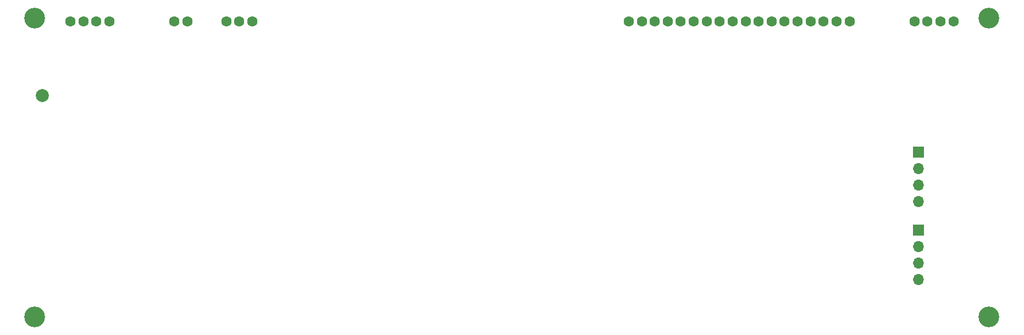
<source format=gbr>
%TF.GenerationSoftware,KiCad,Pcbnew,7.0.7*%
%TF.CreationDate,2024-04-09T00:53:37+02:00*%
%TF.ProjectId,vfd_display,7666645f-6469-4737-906c-61792e6b6963,rev?*%
%TF.SameCoordinates,Original*%
%TF.FileFunction,Soldermask,Top*%
%TF.FilePolarity,Negative*%
%FSLAX46Y46*%
G04 Gerber Fmt 4.6, Leading zero omitted, Abs format (unit mm)*
G04 Created by KiCad (PCBNEW 7.0.7) date 2024-04-09 00:53:37*
%MOMM*%
%LPD*%
G01*
G04 APERTURE LIST*
%ADD10C,3.200000*%
%ADD11C,1.600000*%
%ADD12C,2.000000*%
%ADD13O,1.700000X1.700000*%
%ADD14R,1.700000X1.700000*%
G04 APERTURE END LIST*
D10*
%TO.C,REF\u002A\u002A*%
X77500000Y-113500000D03*
%TD*%
%TO.C,REF\u002A\u002A*%
X77500000Y-67500000D03*
%TD*%
D11*
%TO.C,U5*%
X219000000Y-68000000D03*
X217000000Y-68000000D03*
X215000000Y-68000000D03*
X213000000Y-68000000D03*
X203000000Y-68000000D03*
X201000000Y-68000000D03*
X199000000Y-68000000D03*
X197000000Y-68000000D03*
X195000000Y-68000000D03*
X193000000Y-68000000D03*
X191000000Y-68000000D03*
X189000000Y-68000000D03*
X187000000Y-68000000D03*
X185000000Y-68000000D03*
X183000000Y-68000000D03*
X181000000Y-68000000D03*
X179000000Y-68000000D03*
X177000000Y-68000000D03*
X175000000Y-68000000D03*
X173000000Y-68000000D03*
X171000000Y-68000000D03*
X169000000Y-68000000D03*
X111000000Y-68000000D03*
X109000000Y-68000000D03*
X107000000Y-68000000D03*
X101000000Y-68000000D03*
X99000000Y-68000000D03*
X89000000Y-68000000D03*
X87000000Y-68000000D03*
X85000000Y-68000000D03*
X83000000Y-68000000D03*
%TD*%
D10*
%TO.C,REF\u002A\u002A*%
X224500000Y-113500000D03*
%TD*%
%TO.C,REF\u002A\u002A*%
X224500000Y-67500000D03*
%TD*%
D12*
%TO.C,J4*%
X78700000Y-79450000D03*
%TD*%
D13*
%TO.C,J1*%
X213600000Y-95770000D03*
X213600000Y-93230000D03*
X213600000Y-90690000D03*
D14*
X213600000Y-88150000D03*
%TD*%
D13*
%TO.C,J2*%
X213600000Y-107770000D03*
X213600000Y-105230000D03*
X213600000Y-102690000D03*
D14*
X213600000Y-100150000D03*
%TD*%
M02*

</source>
